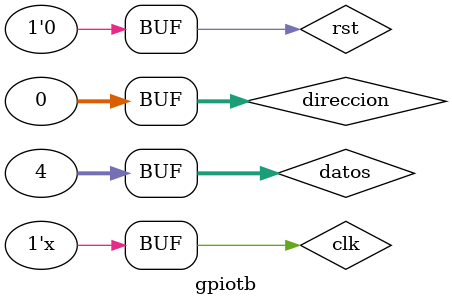
<source format=v>
`timescale 1ns / 1ps


module gpiotb;
/*Objetivo: comprobar que efectivamente al pasar dos veces por 0xABCD se 
obtenga en la salida el resultado final

Estímulos: señal de reloj, direccion (para probar que con la direccion 0xABCD se logre la escritura)

Resultados esperados: al completarse el conteo en dos ocasiones cuando la entrada sea 0xABCD el valor
de la salida deberá ser igual a la entrada de datos (que seria la información que llega a memoria en ese
momento, osea, el resultado.
*/
	// Inputs
	reg [31:0] direccion;
	reg [31:0] datos;
	reg clk;
	reg rst;

	// Outputs
	wire [31:0] salida;

	// Instantiate the Unit Under Test (UUT)
	GPIO uut (
		.direccion(direccion), 
		.datos(datos), 
		.clk(clk), 
		.rst(rst), 
		.salida(salida)
	);

	initial begin
		// Initialize Inputs
		direccion = 0;
		datos = 4;
		clk = 0;
		rst = 0;

		// Wait 100 ns for global reset to finish
		#10;
        
		// Add stimulus here

	end
   always #5 clk=~clk;
	always #20 direccion = 32'hABCD;
	always #60 direccion = 0;
	
endmodule


</source>
